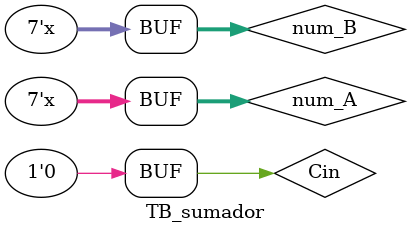
<source format=v>
`timescale 1ns / 1ps


module TB_sumador(

    );
    
    // inputs
    reg Cin;
    reg [6:0] num_A, num_B;
    
    //outputs
    wire [7:0] num_sum;
    wire Cout;
    
    // instantiate
    Comp_Sum_8_Bits sumador(
        .Cin(Cin),
        .num_A(num_A),
        .num_B(num_B),
        .num_sum(num_sum),
        .Cout(COut)
    );
    
    // stimulus
    initial begin
        Cin = 0;
        num_A = 0000000;
        num_B = 0000000;
    end
    
    always #1 num_A[0] = ~num_A[0];
    always #2 num_A[1] = ~num_A[1];
    always #4 num_A[2] = ~num_A[2];
    always #8 num_A[3] = ~num_A[3];
    always #16 num_A[4] = ~num_A[4];
    always #32 num_A[5] = ~num_A[5];
    always #64 num_A[6] = ~num_A[6];
    
    always #128 num_B[0] = ~num_B[0];
    always #256 num_B[1] = ~num_B[1];
    always #512 num_B[2] = ~num_B[2];
    always #1024 num_B[3] = ~num_B[3];
    always #2048 num_B[4] = ~num_B[4];
    always #4096 num_B[5] = ~num_B[5];
    always #8192 num_B[6] = ~num_B[6];
    
endmodule

</source>
